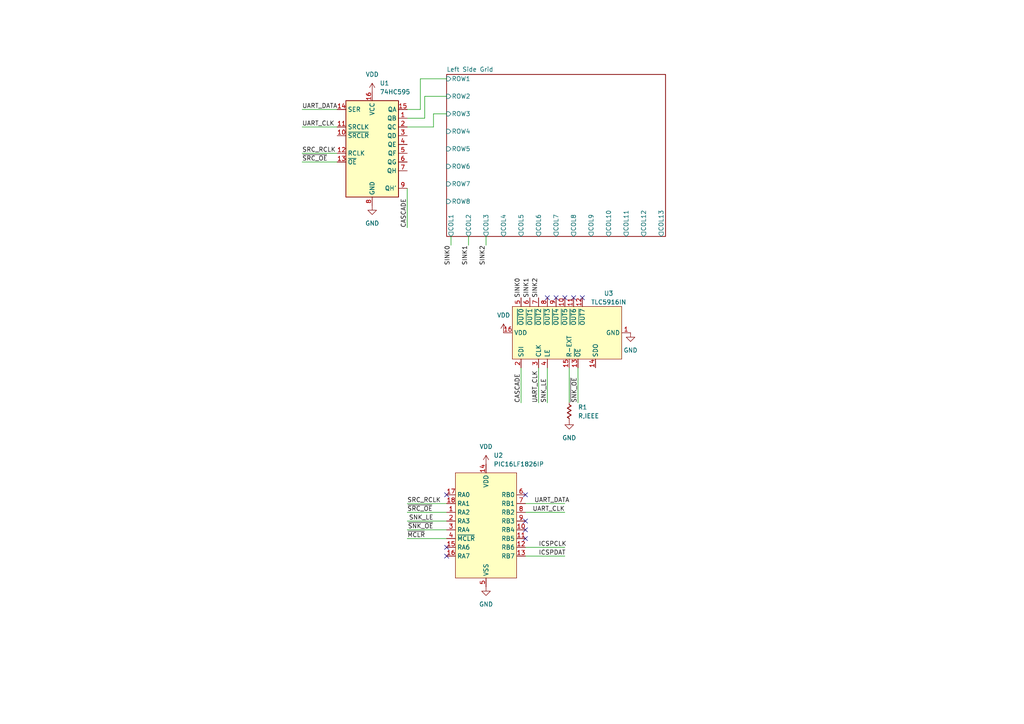
<source format=kicad_sch>
(kicad_sch (version 20230121) (generator eeschema)

  (uuid 0fbc374b-4407-481c-b669-43cd4af3e1e1)

  (paper "A4")

  (title_block
    (title "PerfBoard Clock - BreadBoard Test")
  )

  (lib_symbols
    (symbol "74xx:74HC595" (in_bom yes) (on_board yes)
      (property "Reference" "U" (at -7.62 13.97 0)
        (effects (font (size 1.27 1.27)))
      )
      (property "Value" "74HC595" (at -7.62 -16.51 0)
        (effects (font (size 1.27 1.27)))
      )
      (property "Footprint" "" (at 0 0 0)
        (effects (font (size 1.27 1.27)) hide)
      )
      (property "Datasheet" "http://www.ti.com/lit/ds/symlink/sn74hc595.pdf" (at 0 0 0)
        (effects (font (size 1.27 1.27)) hide)
      )
      (property "ki_keywords" "HCMOS SR 3State" (at 0 0 0)
        (effects (font (size 1.27 1.27)) hide)
      )
      (property "ki_description" "8-bit serial in/out Shift Register 3-State Outputs" (at 0 0 0)
        (effects (font (size 1.27 1.27)) hide)
      )
      (property "ki_fp_filters" "DIP*W7.62mm* SOIC*3.9x9.9mm*P1.27mm* TSSOP*4.4x5mm*P0.65mm* SOIC*5.3x10.2mm*P1.27mm* SOIC*7.5x10.3mm*P1.27mm*" (at 0 0 0)
        (effects (font (size 1.27 1.27)) hide)
      )
      (symbol "74HC595_1_0"
        (pin tri_state line (at 10.16 7.62 180) (length 2.54)
          (name "QB" (effects (font (size 1.27 1.27))))
          (number "1" (effects (font (size 1.27 1.27))))
        )
        (pin input line (at -10.16 2.54 0) (length 2.54)
          (name "~{SRCLR}" (effects (font (size 1.27 1.27))))
          (number "10" (effects (font (size 1.27 1.27))))
        )
        (pin input line (at -10.16 5.08 0) (length 2.54)
          (name "SRCLK" (effects (font (size 1.27 1.27))))
          (number "11" (effects (font (size 1.27 1.27))))
        )
        (pin input line (at -10.16 -2.54 0) (length 2.54)
          (name "RCLK" (effects (font (size 1.27 1.27))))
          (number "12" (effects (font (size 1.27 1.27))))
        )
        (pin input line (at -10.16 -5.08 0) (length 2.54)
          (name "~{OE}" (effects (font (size 1.27 1.27))))
          (number "13" (effects (font (size 1.27 1.27))))
        )
        (pin input line (at -10.16 10.16 0) (length 2.54)
          (name "SER" (effects (font (size 1.27 1.27))))
          (number "14" (effects (font (size 1.27 1.27))))
        )
        (pin tri_state line (at 10.16 10.16 180) (length 2.54)
          (name "QA" (effects (font (size 1.27 1.27))))
          (number "15" (effects (font (size 1.27 1.27))))
        )
        (pin power_in line (at 0 15.24 270) (length 2.54)
          (name "VCC" (effects (font (size 1.27 1.27))))
          (number "16" (effects (font (size 1.27 1.27))))
        )
        (pin tri_state line (at 10.16 5.08 180) (length 2.54)
          (name "QC" (effects (font (size 1.27 1.27))))
          (number "2" (effects (font (size 1.27 1.27))))
        )
        (pin tri_state line (at 10.16 2.54 180) (length 2.54)
          (name "QD" (effects (font (size 1.27 1.27))))
          (number "3" (effects (font (size 1.27 1.27))))
        )
        (pin tri_state line (at 10.16 0 180) (length 2.54)
          (name "QE" (effects (font (size 1.27 1.27))))
          (number "4" (effects (font (size 1.27 1.27))))
        )
        (pin tri_state line (at 10.16 -2.54 180) (length 2.54)
          (name "QF" (effects (font (size 1.27 1.27))))
          (number "5" (effects (font (size 1.27 1.27))))
        )
        (pin tri_state line (at 10.16 -5.08 180) (length 2.54)
          (name "QG" (effects (font (size 1.27 1.27))))
          (number "6" (effects (font (size 1.27 1.27))))
        )
        (pin tri_state line (at 10.16 -7.62 180) (length 2.54)
          (name "QH" (effects (font (size 1.27 1.27))))
          (number "7" (effects (font (size 1.27 1.27))))
        )
        (pin power_in line (at 0 -17.78 90) (length 2.54)
          (name "GND" (effects (font (size 1.27 1.27))))
          (number "8" (effects (font (size 1.27 1.27))))
        )
        (pin output line (at 10.16 -12.7 180) (length 2.54)
          (name "QH'" (effects (font (size 1.27 1.27))))
          (number "9" (effects (font (size 1.27 1.27))))
        )
      )
      (symbol "74HC595_1_1"
        (rectangle (start -7.62 12.7) (end 7.62 -15.24)
          (stroke (width 0.254) (type default))
          (fill (type background))
        )
      )
    )
    (symbol "PCM_4ms_Power-symbol:GND" (power) (pin_names (offset 0)) (in_bom yes) (on_board yes)
      (property "Reference" "#PWR" (at 0 -6.35 0)
        (effects (font (size 1.27 1.27)) hide)
      )
      (property "Value" "GND" (at 0 -3.81 0)
        (effects (font (size 1.27 1.27)))
      )
      (property "Footprint" "" (at 0 0 0)
        (effects (font (size 1.27 1.27)) hide)
      )
      (property "Datasheet" "" (at 0 0 0)
        (effects (font (size 1.27 1.27)) hide)
      )
      (symbol "GND_0_1"
        (polyline
          (pts
            (xy 0 0)
            (xy 0 -1.27)
            (xy 1.27 -1.27)
            (xy 0 -2.54)
            (xy -1.27 -1.27)
            (xy 0 -1.27)
          )
          (stroke (width 0) (type default))
          (fill (type none))
        )
      )
      (symbol "GND_1_1"
        (pin power_in line (at 0 0 270) (length 0) hide
          (name "GND" (effects (font (size 1.27 1.27))))
          (number "1" (effects (font (size 1.27 1.27))))
        )
      )
    )
    (symbol "PCM_Generic-50:R,IEEE" (pin_numbers hide) (pin_names (offset 0) hide) (in_bom yes) (on_board yes)
      (property "Reference" "R" (at 1.27 1.27 0)
        (effects (font (size 1.27 1.27)) (justify left))
      )
      (property "Value" "R,IEEE" (at 1.27 -1.27 0)
        (effects (font (size 1.27 1.27)) (justify left))
      )
      (property "Footprint" "" (at 0 0 0)
        (effects (font (size 2.54 2.54)) hide)
      )
      (property "Datasheet" "" (at 0 0 0)
        (effects (font (size 2.54 2.54)) hide)
      )
      (property "Indicator" "+" (at -1.27 1.27 0)
        (effects (font (size 0.635 0.635)) hide)
      )
      (property "ki_keywords" "R res resistor IEEE zigzag" (at 0 0 0)
        (effects (font (size 1.27 1.27)) hide)
      )
      (property "ki_description" "resistor (IEEE zigzag)" (at 0 0 0)
        (effects (font (size 1.27 1.27)) hide)
      )
      (symbol "R,IEEE_1_1"
        (polyline
          (pts
            (xy 0 1.9812)
            (xy 0.5588 1.651)
            (xy -0.5588 0.9906)
            (xy 0.5588 0.3302)
            (xy -0.5588 -0.3302)
            (xy 0.5588 -0.9906)
            (xy -0.5588 -1.651)
            (xy 0 -1.9812)
          )
          (stroke (width 0.254) (type default))
          (fill (type none))
        )
        (pin passive line (at 0 2.54 270) (length 0.5588)
          (name "+" (effects (font (size 0.635 0.635))))
          (number "1" (effects (font (size 0.9144 0.9144))))
        )
        (pin passive line (at 0 -2.54 90) (length 0.5588)
          (name "-" (effects (font (size 0.635 0.635))))
          (number "2" (effects (font (size 0.9144 0.9144))))
        )
      )
    )
    (symbol "PIC16LF1826IP:PIC16LF1826IP" (in_bom yes) (on_board yes)
      (property "Reference" "U" (at 13.97 36.83 0)
        (effects (font (size 1.27 1.27)) (justify left))
      )
      (property "Value" "PIC16LF1826IP" (at 13.97 34.29 0)
        (effects (font (size 1.27 1.27)) (justify left))
      )
      (property "Footprint" "Package_DIP:DIP-18_W7.62mm" (at -16.51 -8.89 0)
        (effects (font (size 1.27 1.27)) hide)
      )
      (property "Datasheet" "https://ww1.microchip.com/downloads/en/DeviceDoc/41391D.pdf" (at 0 -11.43 0)
        (effects (font (size 1.27 1.27)) hide)
      )
      (symbol "PIC16LF1826IP_1_1"
        (rectangle (start 0 30.48) (end 17.78 0)
          (stroke (width 0) (type default))
          (fill (type background))
        )
        (pin bidirectional line (at -2.54 19.05 0) (length 2.54)
          (name "RA2" (effects (font (size 1.27 1.27))))
          (number "1" (effects (font (size 1.27 1.27))))
        )
        (pin bidirectional line (at 20.32 13.97 180) (length 2.54)
          (name "RB4" (effects (font (size 1.27 1.27))))
          (number "10" (effects (font (size 1.27 1.27))))
        )
        (pin bidirectional line (at 20.32 11.43 180) (length 2.54)
          (name "RB5" (effects (font (size 1.27 1.27))))
          (number "11" (effects (font (size 1.27 1.27))))
        )
        (pin bidirectional line (at 20.32 8.89 180) (length 2.54)
          (name "RB6" (effects (font (size 1.27 1.27))))
          (number "12" (effects (font (size 1.27 1.27))))
        )
        (pin bidirectional line (at 20.32 6.35 180) (length 2.54)
          (name "RB7" (effects (font (size 1.27 1.27))))
          (number "13" (effects (font (size 1.27 1.27))))
        )
        (pin input line (at 8.89 33.02 270) (length 2.54)
          (name "VDD" (effects (font (size 1.27 1.27))))
          (number "14" (effects (font (size 1.27 1.27))))
        )
        (pin bidirectional line (at -2.54 8.89 0) (length 2.54)
          (name "RA6" (effects (font (size 1.27 1.27))))
          (number "15" (effects (font (size 1.27 1.27))))
        )
        (pin bidirectional line (at -2.54 6.35 0) (length 2.54)
          (name "RA7" (effects (font (size 1.27 1.27))))
          (number "16" (effects (font (size 1.27 1.27))))
        )
        (pin bidirectional line (at -2.54 24.13 0) (length 2.54)
          (name "RA0" (effects (font (size 1.27 1.27))))
          (number "17" (effects (font (size 1.27 1.27))))
        )
        (pin bidirectional line (at -2.54 21.59 0) (length 2.54)
          (name "RA1" (effects (font (size 1.27 1.27))))
          (number "18" (effects (font (size 1.27 1.27))))
        )
        (pin bidirectional line (at -2.54 16.51 0) (length 2.54)
          (name "RA3" (effects (font (size 1.27 1.27))))
          (number "2" (effects (font (size 1.27 1.27))))
        )
        (pin bidirectional line (at -2.54 13.97 0) (length 2.54)
          (name "RA4" (effects (font (size 1.27 1.27))))
          (number "3" (effects (font (size 1.27 1.27))))
        )
        (pin bidirectional line (at -2.54 11.43 0) (length 2.54)
          (name "~{MCLR}" (effects (font (size 1.27 1.27))))
          (number "4" (effects (font (size 1.27 1.27))))
        )
        (pin input line (at 8.89 -2.54 90) (length 2.54)
          (name "VSS" (effects (font (size 1.27 1.27))))
          (number "5" (effects (font (size 1.27 1.27))))
        )
        (pin bidirectional line (at 20.32 24.13 180) (length 2.54)
          (name "RB0" (effects (font (size 1.27 1.27))))
          (number "6" (effects (font (size 1.27 1.27))))
        )
        (pin bidirectional line (at 20.32 21.59 180) (length 2.54)
          (name "RB1" (effects (font (size 1.27 1.27))))
          (number "7" (effects (font (size 1.27 1.27))))
        )
        (pin bidirectional line (at 20.32 19.05 180) (length 2.54)
          (name "RB2" (effects (font (size 1.27 1.27))))
          (number "8" (effects (font (size 1.27 1.27))))
        )
        (pin bidirectional line (at 20.32 16.51 180) (length 2.54)
          (name "RB3" (effects (font (size 1.27 1.27))))
          (number "9" (effects (font (size 1.27 1.27))))
        )
      )
    )
    (symbol "TLC5916IN:TLC5916IN" (in_bom yes) (on_board yes)
      (property "Reference" "U" (at 10.16 17.78 0)
        (effects (font (size 1.27 1.27)) (justify left))
      )
      (property "Value" "TLC5916IN" (at 10.16 15.24 0)
        (effects (font (size 1.27 1.27)) (justify left))
      )
      (property "Footprint" "Package_DIP:DIP-16_W7.62mm" (at -44.45 -20.32 0)
        (effects (font (size 1.27 1.27)) hide)
      )
      (property "Datasheet" "https://www.ti.com/lit/ds/symlink/tlc5916.pdf?HQS=dis-dk-null-digikeymode-dsf-pf-null-wwe&ts=1697344230079&ref_url=https%253A%252F%252Fwww.ti.com%252Fgeneral%252Fdocs%252Fsuppproductinfo.tsp%253FdistId%253D10%2526gotoUrl%253Dhttps%253A%252F%252Fwww.ti.com%252Flit%252Fgpn%252Ftlc5916" (at 7.62 -29.21 0)
        (effects (font (size 1.27 1.27)) hide)
      )
      (property "ki_description" "8-bit sink LED driver. " (at 0 0 0)
        (effects (font (size 1.27 1.27)) hide)
      )
      (symbol "TLC5916IN_1_1"
        (rectangle (start 0 12.7) (end 15.24 -19.05)
          (stroke (width 0) (type default))
          (fill (type background))
        )
        (pin input line (at 7.62 -21.59 90) (length 2.54)
          (name "GND" (effects (font (size 1.27 1.27))))
          (number "1" (effects (font (size 1.27 1.27))))
        )
        (pin input line (at 17.78 -2.54 180) (length 2.54)
          (name "~{OUT5}" (effects (font (size 1.27 1.27))))
          (number "10" (effects (font (size 1.27 1.27))))
        )
        (pin input line (at 17.78 -5.08 180) (length 2.54)
          (name "~{OUT6}" (effects (font (size 1.27 1.27))))
          (number "11" (effects (font (size 1.27 1.27))))
        )
        (pin input line (at 17.78 -7.62 180) (length 2.54)
          (name "~{OUT7}" (effects (font (size 1.27 1.27))))
          (number "12" (effects (font (size 1.27 1.27))))
        )
        (pin input line (at -2.54 -6.35 0) (length 2.54)
          (name "~{OE}" (effects (font (size 1.27 1.27))))
          (number "13" (effects (font (size 1.27 1.27))))
        )
        (pin input line (at -2.54 -11.43 0) (length 2.54)
          (name "SDO" (effects (font (size 1.27 1.27))))
          (number "14" (effects (font (size 1.27 1.27))))
        )
        (pin input line (at -2.54 -3.81 0) (length 2.54)
          (name "R-EXT" (effects (font (size 1.27 1.27))))
          (number "15" (effects (font (size 1.27 1.27))))
        )
        (pin input line (at 7.62 15.24 270) (length 2.54)
          (name "VDD" (effects (font (size 1.27 1.27))))
          (number "16" (effects (font (size 1.27 1.27))))
        )
        (pin input line (at -2.54 10.16 0) (length 2.54)
          (name "SDI" (effects (font (size 1.27 1.27))))
          (number "2" (effects (font (size 1.27 1.27))))
        )
        (pin input line (at -2.54 5.08 0) (length 2.54)
          (name "CLK" (effects (font (size 1.27 1.27))))
          (number "3" (effects (font (size 1.27 1.27))))
        )
        (pin input line (at -2.54 2.54 0) (length 2.54)
          (name "LE" (effects (font (size 1.27 1.27))))
          (number "4" (effects (font (size 1.27 1.27))))
        )
        (pin input line (at 17.78 10.16 180) (length 2.54)
          (name "~{OUT0}" (effects (font (size 1.27 1.27))))
          (number "5" (effects (font (size 1.27 1.27))))
        )
        (pin input line (at 17.78 7.62 180) (length 2.54)
          (name "~{OUT1}" (effects (font (size 1.27 1.27))))
          (number "6" (effects (font (size 1.27 1.27))))
        )
        (pin input line (at 17.78 5.08 180) (length 2.54)
          (name "~{OUT2}" (effects (font (size 1.27 1.27))))
          (number "7" (effects (font (size 1.27 1.27))))
        )
        (pin input line (at 17.78 2.54 180) (length 2.54)
          (name "~{OUT3}" (effects (font (size 1.27 1.27))))
          (number "8" (effects (font (size 1.27 1.27))))
        )
        (pin input line (at 17.78 0 180) (length 2.54)
          (name "~{OUT4}" (effects (font (size 1.27 1.27))))
          (number "9" (effects (font (size 1.27 1.27))))
        )
      )
    )
    (symbol "VDD_1" (power) (pin_names (offset 0)) (in_bom yes) (on_board yes)
      (property "Reference" "#PWR02" (at 0 -3.81 0)
        (effects (font (size 1.27 1.27)) hide)
      )
      (property "Value" "VDD_1" (at 0 5.08 0)
        (effects (font (size 1.27 1.27)))
      )
      (property "Footprint" "" (at 0 0 0)
        (effects (font (size 1.27 1.27)) hide)
      )
      (property "Datasheet" "" (at 0 0 0)
        (effects (font (size 1.27 1.27)) hide)
      )
      (property "ki_keywords" "global power" (at 0 0 0)
        (effects (font (size 1.27 1.27)) hide)
      )
      (property "ki_description" "Power symbol creates a global label with name \"VDD\"" (at 0 0 0)
        (effects (font (size 1.27 1.27)) hide)
      )
      (symbol "VDD_1_0_1"
        (polyline
          (pts
            (xy -0.762 1.27)
            (xy 0 2.54)
          )
          (stroke (width 0) (type default))
          (fill (type none))
        )
        (polyline
          (pts
            (xy 0 0)
            (xy 0 2.54)
          )
          (stroke (width 0) (type default))
          (fill (type none))
        )
        (polyline
          (pts
            (xy 0 2.54)
            (xy 0.762 1.27)
          )
          (stroke (width 0) (type default))
          (fill (type none))
        )
      )
      (symbol "VDD_1_1_1"
        (pin power_in line (at 0 0 90) (length 0) hide
          (name "VDD" (effects (font (size 1.27 1.27))))
          (number "1" (effects (font (size 1.27 1.27))))
        )
      )
    )
  )


  (no_connect (at 152.4 143.51) (uuid 0f322e3b-1f5b-4da5-b562-5582a2450063))
  (no_connect (at 168.91 86.36) (uuid 1424fa04-ae95-4ab3-a7fc-f2765371de0f))
  (no_connect (at 158.75 86.36) (uuid 239f76ac-95d6-4c75-9716-93514cb43612))
  (no_connect (at 129.54 158.75) (uuid 2ac14bb6-80c4-4425-ba76-055942b2a974))
  (no_connect (at 163.83 86.36) (uuid 5301562e-52ac-4360-8015-940f39e13bac))
  (no_connect (at 152.4 156.21) (uuid 634c16b3-45bf-423a-8b6b-aee1cfd44df5))
  (no_connect (at 129.54 143.51) (uuid 7ff5cd41-273c-4f0f-bd90-03a0c6ad4073))
  (no_connect (at 152.4 153.67) (uuid 9d00399b-b3b1-47c6-b242-a71f9b12a10b))
  (no_connect (at 129.54 161.29) (uuid a8fc3f5a-de3f-4b2b-916b-b29edf74cad0))
  (no_connect (at 152.4 151.13) (uuid af66f104-fc75-49fb-b71b-b469e9667ffa))
  (no_connect (at 166.37 86.36) (uuid b894596e-8cb6-4393-b53b-155823d65251))
  (no_connect (at 161.29 86.36) (uuid bf7b527d-0947-46be-8b74-0740bd1ceec1))

  (wire (pts (xy 125.73 36.83) (xy 125.73 33.02))
    (stroke (width 0) (type default))
    (uuid 01bc5e8b-e35e-42db-a53e-5ed2db2488f5)
  )
  (wire (pts (xy 118.11 36.83) (xy 125.73 36.83))
    (stroke (width 0) (type default))
    (uuid 03c4611a-a877-4683-b61c-266c66b606b3)
  )
  (wire (pts (xy 118.11 146.05) (xy 129.54 146.05))
    (stroke (width 0) (type default))
    (uuid 08f3b2cc-3377-4d03-8ba6-7cff82e179f7)
  )
  (wire (pts (xy 152.4 158.75) (xy 163.83 158.75))
    (stroke (width 0) (type default))
    (uuid 0b47f553-6979-4a56-bf01-bd17fe07de25)
  )
  (wire (pts (xy 167.64 106.68) (xy 167.64 116.84))
    (stroke (width 0) (type default))
    (uuid 18ed44cc-29a9-4e2a-906b-6e375312339b)
  )
  (wire (pts (xy 152.4 146.05) (xy 163.83 146.05))
    (stroke (width 0) (type default))
    (uuid 196c68bb-432c-42d4-8f47-9f1dfa060f3a)
  )
  (wire (pts (xy 118.11 156.21) (xy 129.54 156.21))
    (stroke (width 0) (type default))
    (uuid 237f1c78-1fc1-4abe-a181-59d14854bb68)
  )
  (wire (pts (xy 165.1 106.68) (xy 165.1 116.84))
    (stroke (width 0) (type default))
    (uuid 2b044734-5197-4c24-9524-4a8ac034a583)
  )
  (wire (pts (xy 123.19 27.94) (xy 129.54 27.94))
    (stroke (width 0) (type default))
    (uuid 2e95cca7-a5b3-4041-91a4-c258ef881409)
  )
  (wire (pts (xy 130.81 68.58) (xy 130.81 71.12))
    (stroke (width 0) (type default))
    (uuid 505eb5df-57f4-4cde-be44-59d4fdc7a5b4)
  )
  (wire (pts (xy 135.89 68.58) (xy 135.89 71.12))
    (stroke (width 0) (type default))
    (uuid 58e314a7-0d0b-4ac0-bc35-7377394b72b1)
  )
  (wire (pts (xy 87.63 31.75) (xy 97.79 31.75))
    (stroke (width 0) (type default))
    (uuid 63fc68b8-138b-403c-bfec-0b779cc30563)
  )
  (wire (pts (xy 123.19 34.29) (xy 123.19 27.94))
    (stroke (width 0) (type default))
    (uuid 6cbb108a-b030-4409-af1e-78d21bab551f)
  )
  (wire (pts (xy 118.11 34.29) (xy 123.19 34.29))
    (stroke (width 0) (type default))
    (uuid 71c2b991-de6f-49cd-8c28-c51e2774ca4e)
  )
  (wire (pts (xy 125.73 33.02) (xy 129.54 33.02))
    (stroke (width 0) (type default))
    (uuid 7cf3ae41-b090-464a-a0be-05940e62bdf7)
  )
  (wire (pts (xy 118.11 54.61) (xy 118.11 66.04))
    (stroke (width 0) (type default))
    (uuid 7fbdcfcf-f3ae-45c9-8f70-da6aee50cf58)
  )
  (wire (pts (xy 152.4 161.29) (xy 163.83 161.29))
    (stroke (width 0) (type default))
    (uuid 81bb47c0-83ce-4dde-9be7-09b539b745b3)
  )
  (wire (pts (xy 158.75 106.68) (xy 158.75 116.84))
    (stroke (width 0) (type default))
    (uuid 880de223-8395-4857-9ac8-32c6eb3578cd)
  )
  (wire (pts (xy 140.97 68.58) (xy 140.97 71.12))
    (stroke (width 0) (type default))
    (uuid 9cad05f9-f9ae-46df-b838-6f431ca670f1)
  )
  (wire (pts (xy 151.13 106.68) (xy 151.13 116.84))
    (stroke (width 0) (type default))
    (uuid a122c4b3-9972-4ac3-946b-61d5a12bfd40)
  )
  (wire (pts (xy 87.63 46.99) (xy 97.79 46.99))
    (stroke (width 0) (type default))
    (uuid a9031e3f-5181-424e-b33d-584cf1865b00)
  )
  (wire (pts (xy 118.11 148.59) (xy 129.54 148.59))
    (stroke (width 0) (type default))
    (uuid b02cfcda-d55e-48c5-8de7-c597c39eb06f)
  )
  (wire (pts (xy 152.4 148.59) (xy 163.83 148.59))
    (stroke (width 0) (type default))
    (uuid b47f14f0-9940-49f3-8f86-74e0b9d4349f)
  )
  (wire (pts (xy 118.11 31.75) (xy 121.92 31.75))
    (stroke (width 0) (type default))
    (uuid b679ce1d-484f-4d71-abad-7bcff49c7f6c)
  )
  (wire (pts (xy 118.11 153.67) (xy 129.54 153.67))
    (stroke (width 0) (type default))
    (uuid dc2125fe-278c-4c0e-8002-75588df38378)
  )
  (wire (pts (xy 121.92 22.86) (xy 129.54 22.86))
    (stroke (width 0) (type default))
    (uuid e4bd318b-c6cc-48a4-bb9d-6804d77e3327)
  )
  (wire (pts (xy 87.63 36.83) (xy 97.79 36.83))
    (stroke (width 0) (type default))
    (uuid e8034bbf-1b1c-4435-819e-d95765930f2a)
  )
  (wire (pts (xy 156.21 106.68) (xy 156.21 116.84))
    (stroke (width 0) (type default))
    (uuid e84cad6d-4385-4fb6-b893-428f15423883)
  )
  (wire (pts (xy 121.92 31.75) (xy 121.92 22.86))
    (stroke (width 0) (type default))
    (uuid edd03916-15c7-477e-a89c-97dde3c2bb79)
  )
  (wire (pts (xy 87.63 44.45) (xy 97.79 44.45))
    (stroke (width 0) (type default))
    (uuid f44c526d-fabb-4591-84dc-f503675b8e3d)
  )
  (wire (pts (xy 118.11 151.13) (xy 129.54 151.13))
    (stroke (width 0) (type default))
    (uuid fe6a7b6b-c3c9-48cd-8c66-7d4184abceac)
  )

  (label "UART_DATA" (at 87.63 31.75 0) (fields_autoplaced)
    (effects (font (size 1.27 1.27)) (justify left bottom))
    (uuid 00054d61-99e7-48d9-8c1e-baddfe82a8c1)
  )
  (label "CASCADE" (at 118.11 66.04 90) (fields_autoplaced)
    (effects (font (size 1.27 1.27)) (justify left bottom))
    (uuid 17b60a6f-f304-4268-ab76-a54dc569feac)
  )
  (label "SINK1" (at 153.67 86.36 90) (fields_autoplaced)
    (effects (font (size 1.27 1.27)) (justify left bottom))
    (uuid 1dea5089-97dc-4700-8bd5-b289e340d676)
  )
  (label "SRC_RCLK" (at 118.11 146.05 0) (fields_autoplaced)
    (effects (font (size 1.27 1.27)) (justify left bottom))
    (uuid 226bf6f2-3310-4140-a7ac-ba0f06d91e13)
  )
  (label "UART_CLK" (at 87.63 36.83 0) (fields_autoplaced)
    (effects (font (size 1.27 1.27)) (justify left bottom))
    (uuid 23c32e37-ab78-48bd-a41a-0edb903fe96f)
  )
  (label "ICSPDAT" (at 156.21 161.29 0) (fields_autoplaced)
    (effects (font (size 1.27 1.27)) (justify left bottom))
    (uuid 63a3d8bf-e6a5-45a8-8b04-d27748c0e957)
  )
  (label "SINK2" (at 156.21 86.36 90) (fields_autoplaced)
    (effects (font (size 1.27 1.27)) (justify left bottom))
    (uuid 66ab726a-ee97-491a-9134-e0fbfdec2e47)
  )
  (label "SRC_RCLK" (at 87.63 44.45 0) (fields_autoplaced)
    (effects (font (size 1.27 1.27)) (justify left bottom))
    (uuid 6feb83c4-2aec-46e6-ae87-dc87cd8fb5dd)
  )
  (label "UART_CLK" (at 156.21 116.84 90) (fields_autoplaced)
    (effects (font (size 1.27 1.27)) (justify left bottom))
    (uuid 7b85e53e-d619-48b8-a0b3-b96b4e2e611e)
  )
  (label "SINK0" (at 151.13 86.36 90) (fields_autoplaced)
    (effects (font (size 1.27 1.27)) (justify left bottom))
    (uuid 8e9961a4-77df-4b54-af38-b0371bb3b386)
  )
  (label "~{SRC_OE}" (at 87.63 46.99 0) (fields_autoplaced)
    (effects (font (size 1.27 1.27)) (justify left bottom))
    (uuid a62dcefa-2e9e-471f-98f1-31bc57101bd7)
  )
  (label "ICSPCLK" (at 156.21 158.75 0) (fields_autoplaced)
    (effects (font (size 1.27 1.27)) (justify left bottom))
    (uuid bc8359bf-f6f7-4a94-8d36-510a193d60f7)
  )
  (label "SINK1" (at 135.89 71.12 270) (fields_autoplaced)
    (effects (font (size 1.27 1.27)) (justify right bottom))
    (uuid c451f756-b00d-4fb0-b5c1-1f6c27374f24)
  )
  (label "UART_CLK" (at 163.83 148.59 180) (fields_autoplaced)
    (effects (font (size 1.27 1.27)) (justify right bottom))
    (uuid c8177db8-a509-447c-a233-451a8266ffb1)
  )
  (label "~{SRC_OE}" (at 118.11 148.59 0) (fields_autoplaced)
    (effects (font (size 1.27 1.27)) (justify left bottom))
    (uuid cdcc0bd9-43d7-4479-b4d1-bfb5b44bc89d)
  )
  (label "SINK2" (at 140.97 71.12 270) (fields_autoplaced)
    (effects (font (size 1.27 1.27)) (justify right bottom))
    (uuid cfc73136-0e6c-4821-93ad-e1ba4f10589a)
  )
  (label "CASCADE" (at 151.13 116.84 90) (fields_autoplaced)
    (effects (font (size 1.27 1.27)) (justify left bottom))
    (uuid d35f003f-cf8b-48f2-8413-a605f95a9b19)
  )
  (label "SNK_LE" (at 158.75 116.84 90) (fields_autoplaced)
    (effects (font (size 1.27 1.27)) (justify left bottom))
    (uuid d5e50e47-20a6-4ebd-aca2-b7eb5d9c3221)
  )
  (label "UART_DATA" (at 154.94 146.05 0) (fields_autoplaced)
    (effects (font (size 1.27 1.27)) (justify left bottom))
    (uuid dd4c1930-3bf5-40be-b528-7b82ae52fb42)
  )
  (label "~{MCLR}" (at 118.11 156.21 0) (fields_autoplaced)
    (effects (font (size 1.27 1.27)) (justify left bottom))
    (uuid dd9d7c26-c2ce-476a-94e6-a54824b8640a)
  )
  (label "SINK0" (at 130.81 71.12 270) (fields_autoplaced)
    (effects (font (size 1.27 1.27)) (justify right bottom))
    (uuid e52e66f8-c390-41b2-9c98-1b7c5c601eda)
  )
  (label "~{SNK_OE}" (at 167.64 116.84 90) (fields_autoplaced)
    (effects (font (size 1.27 1.27)) (justify left bottom))
    (uuid e6e60ef4-83c9-45b1-b7b4-ee7c655212e0)
  )
  (label "~{SNK_OE}" (at 125.73 153.67 180) (fields_autoplaced)
    (effects (font (size 1.27 1.27)) (justify right bottom))
    (uuid f4788007-eb89-4f67-9086-766968a6d8bc)
  )
  (label "SNK_LE" (at 125.73 151.13 180) (fields_autoplaced)
    (effects (font (size 1.27 1.27)) (justify right bottom))
    (uuid fd965a0f-0029-4acc-a966-3051965868ce)
  )

  (symbol (lib_id "TLC5916IN:TLC5916IN") (at 161.29 104.14 90) (unit 1)
    (in_bom yes) (on_board yes) (dnp no)
    (uuid 010e186f-9c17-412f-9db9-1c380991d971)
    (property "Reference" "U3" (at 176.53 85.09 90)
      (effects (font (size 1.27 1.27)))
    )
    (property "Value" "TLC5916IN" (at 176.53 87.63 90)
      (effects (font (size 1.27 1.27)))
    )
    (property "Footprint" "Package_DIP:DIP-16_W7.62mm" (at 161.29 104.14 0)
      (effects (font (size 1.27 1.27)) hide)
    )
    (property "Datasheet" "https://www.ti.com/lit/ds/symlink/tlc5916.pdf?HQS=dis-dk-null-digikeymode-dsf-pf-null-wwe&ts=1697344230079&ref_url=https%253A%252F%252Fwww.ti.com%252Fgeneral%252Fdocs%252Fsuppproductinfo.tsp%253FdistId%253D10%2526gotoUrl%253Dhttps%253A%252F%252Fwww.ti.com%252Flit%252Fgpn%252Ftlc5916" (at 190.5 96.52 0)
      (effects (font (size 1.27 1.27)) hide)
    )
    (pin "1" (uuid 991b570b-c398-4410-8b7d-165017a7f1f9))
    (pin "10" (uuid e457adb5-29ff-487f-a3f1-6cb7bb488e34))
    (pin "11" (uuid 85ef3cc3-41de-4d6b-852e-13790dd26885))
    (pin "12" (uuid 4aaf0320-2156-4db7-b3e9-2b8359fcc5cc))
    (pin "13" (uuid 11f1750c-ccea-4060-acbf-18ae0523eb3d))
    (pin "14" (uuid 5ed0525c-8e98-4835-9799-464cde242cbf))
    (pin "15" (uuid 59976c9b-fe7d-4a53-aa73-5a9613bd1993))
    (pin "16" (uuid 7d3bb5e3-0cdb-4746-981d-8c555e2620be))
    (pin "2" (uuid 10f48027-1d76-4da2-afb8-a0b5d2c3f755))
    (pin "3" (uuid 63f20523-8ad4-48ba-ac01-db05a0bd0f99))
    (pin "4" (uuid 36f0fa92-4075-4e69-bbf2-755df7c613ab))
    (pin "5" (uuid f15f469c-6cac-492b-90b3-08d287053df3))
    (pin "6" (uuid 54cde6cc-cc7a-4232-9885-661e72a8a2ac))
    (pin "7" (uuid fc65311f-5717-456c-96eb-efeb1034f841))
    (pin "8" (uuid 2ec368a9-8ac0-4267-9429-ca89cffd2999))
    (pin "9" (uuid 1f56b868-ad3e-41b0-a47c-f11719d77818))
    (instances
      (project "BreadBoard Test"
        (path "/0fbc374b-4407-481c-b669-43cd4af3e1e1"
          (reference "U3") (unit 1)
        )
      )
      (project "Perf Clock"
        (path "/3561b66f-c18d-40ce-99f3-6d5063d8913d"
          (reference "U4") (unit 1)
        )
      )
    )
  )

  (symbol (lib_id "74xx:74HC595") (at 107.95 41.91 0) (unit 1)
    (in_bom yes) (on_board yes) (dnp no) (fields_autoplaced)
    (uuid 093d3277-a0ab-4c7b-b901-6a7b8d5b7777)
    (property "Reference" "U1" (at 110.1441 24.13 0)
      (effects (font (size 1.27 1.27)) (justify left))
    )
    (property "Value" "74HC595" (at 110.1441 26.67 0)
      (effects (font (size 1.27 1.27)) (justify left))
    )
    (property "Footprint" "" (at 107.95 41.91 0)
      (effects (font (size 1.27 1.27)) hide)
    )
    (property "Datasheet" "http://www.ti.com/lit/ds/symlink/sn74hc595.pdf" (at 107.95 41.91 0)
      (effects (font (size 1.27 1.27)) hide)
    )
    (pin "1" (uuid abf8c7e5-b63f-4a73-81b3-16bc047ab9f0))
    (pin "10" (uuid 33cd8dac-c0c9-40ab-9e89-9cc792b771bc))
    (pin "11" (uuid 2ffef7d8-1fe8-4019-a47c-bbd4af18c70a))
    (pin "12" (uuid 15b6ee3b-3f87-4c02-8b7e-1017fc117c47))
    (pin "13" (uuid 2d048570-2be3-4dfb-935f-6593c7c9a39c))
    (pin "14" (uuid 0fa424df-b4e8-4f49-84e6-236464bf840f))
    (pin "15" (uuid 9e81c807-a4fc-4a31-862c-725803b82390))
    (pin "16" (uuid 126d9669-5d05-4128-94b4-5fec1f1a6874))
    (pin "2" (uuid c057a524-7209-4396-be79-0c30328085f8))
    (pin "3" (uuid 6e8fdc47-2228-4999-b265-1db03da3e245))
    (pin "4" (uuid 23edf6a8-f95b-4807-a25b-7488017961ba))
    (pin "5" (uuid fafcc434-504d-4b73-93f9-7dd7345d004f))
    (pin "6" (uuid df6a550f-a5c9-4f1a-9f17-1c440a913752))
    (pin "7" (uuid 282aecc9-cf34-4815-b16e-e1e796e3373f))
    (pin "8" (uuid 875ce05f-059e-4eb3-be28-dbe29ef05be6))
    (pin "9" (uuid 4c4efe37-38f8-4895-8a2a-4c2dc7a40f20))
    (instances
      (project "BreadBoard Test"
        (path "/0fbc374b-4407-481c-b669-43cd4af3e1e1"
          (reference "U1") (unit 1)
        )
      )
      (project "Perf Clock"
        (path "/3561b66f-c18d-40ce-99f3-6d5063d8913d"
          (reference "U2") (unit 1)
        )
      )
    )
  )

  (symbol (lib_id "PCM_4ms_Power-symbol:GND") (at 182.88 96.52 0) (unit 1)
    (in_bom yes) (on_board yes) (dnp no) (fields_autoplaced)
    (uuid 1078bd9c-8fb7-4242-9ac2-66f25adb2f76)
    (property "Reference" "#PWR07" (at 182.88 102.87 0)
      (effects (font (size 1.27 1.27)) hide)
    )
    (property "Value" "GND" (at 182.88 101.6 0)
      (effects (font (size 1.27 1.27)))
    )
    (property "Footprint" "" (at 182.88 96.52 0)
      (effects (font (size 1.27 1.27)) hide)
    )
    (property "Datasheet" "" (at 182.88 96.52 0)
      (effects (font (size 1.27 1.27)) hide)
    )
    (pin "1" (uuid 61eb6b4b-da46-4d48-bd9c-082ddebb35fd))
    (instances
      (project "BreadBoard Test"
        (path "/0fbc374b-4407-481c-b669-43cd4af3e1e1"
          (reference "#PWR07") (unit 1)
        )
      )
      (project "Perf Clock"
        (path "/3561b66f-c18d-40ce-99f3-6d5063d8913d"
          (reference "#PWR07") (unit 1)
        )
      )
    )
  )

  (symbol (lib_id "PIC16LF1826IP:PIC16LF1826IP") (at 132.08 167.64 0) (unit 1)
    (in_bom yes) (on_board yes) (dnp no) (fields_autoplaced)
    (uuid 1f9f5d2f-d461-4fdb-970a-277eb997aee9)
    (property "Reference" "U2" (at 143.1641 132.08 0)
      (effects (font (size 1.27 1.27)) (justify left))
    )
    (property "Value" "PIC16LF1826IP" (at 143.1641 134.62 0)
      (effects (font (size 1.27 1.27)) (justify left))
    )
    (property "Footprint" "Package_DIP:DIP-18_W7.62mm" (at 115.57 176.53 0)
      (effects (font (size 1.27 1.27)) hide)
    )
    (property "Datasheet" "https://ww1.microchip.com/downloads/en/DeviceDoc/41391D.pdf" (at 132.08 179.07 0)
      (effects (font (size 1.27 1.27)) hide)
    )
    (pin "1" (uuid a88e172e-12cc-40ab-953b-f53d9584997e))
    (pin "10" (uuid 097664fb-0a4d-49c7-a193-9f1de26dce84))
    (pin "11" (uuid fcb7f98a-a917-434d-b7f8-d32d74cc0066))
    (pin "12" (uuid 1569fc02-e81d-4dc1-a2b5-2c439465ecc7))
    (pin "13" (uuid b79bfb39-d926-4bf4-bac4-3d745d15e62e))
    (pin "14" (uuid dbbd2217-533d-4a14-b063-a254922c9b44))
    (pin "15" (uuid d1e4f133-ae27-4c27-802f-07629032d9ca))
    (pin "16" (uuid c799e1a8-8b9b-4562-b337-9f0ec0a60a58))
    (pin "17" (uuid ed88dfbb-2e28-4a72-9379-9ff0b8812536))
    (pin "18" (uuid 2b82b01e-2644-4a6a-be45-f96d66fd69ed))
    (pin "2" (uuid 7b29ce67-cb85-43aa-aad4-5b13c1ab1bdc))
    (pin "3" (uuid 6bf6fb95-74d3-4352-b924-1e6a600b5c36))
    (pin "4" (uuid b67051da-a4f7-46f8-ad05-1905ae7937f4))
    (pin "5" (uuid d4f2c67f-4eff-4e10-a300-744adb30cdd4))
    (pin "6" (uuid 1ff57ef8-d6b2-4514-bed6-6b6c6b24c861))
    (pin "7" (uuid 2ed5e597-9f63-4dc3-b39e-e5da28ae8937))
    (pin "8" (uuid 0a8ed9fb-ec7d-4194-936b-fa36a50a434b))
    (pin "9" (uuid 531bbb55-c126-46f8-9410-cf89d71d5da1))
    (instances
      (project "BreadBoard Test"
        (path "/0fbc374b-4407-481c-b669-43cd4af3e1e1"
          (reference "U2") (unit 1)
        )
      )
      (project "Perf Clock"
        (path "/3561b66f-c18d-40ce-99f3-6d5063d8913d"
          (reference "U1") (unit 1)
        )
      )
    )
  )

  (symbol (lib_id "PCM_4ms_Power-symbol:GND") (at 107.95 59.69 0) (unit 1)
    (in_bom yes) (on_board yes) (dnp no) (fields_autoplaced)
    (uuid 4937d111-1722-4a73-a95e-10f4860dc821)
    (property "Reference" "#PWR02" (at 107.95 66.04 0)
      (effects (font (size 1.27 1.27)) hide)
    )
    (property "Value" "GND" (at 107.95 64.77 0)
      (effects (font (size 1.27 1.27)))
    )
    (property "Footprint" "" (at 107.95 59.69 0)
      (effects (font (size 1.27 1.27)) hide)
    )
    (property "Datasheet" "" (at 107.95 59.69 0)
      (effects (font (size 1.27 1.27)) hide)
    )
    (pin "1" (uuid a69937ea-fefb-4e59-bcbc-d3975c800be1))
    (instances
      (project "BreadBoard Test"
        (path "/0fbc374b-4407-481c-b669-43cd4af3e1e1"
          (reference "#PWR02") (unit 1)
        )
      )
      (project "Perf Clock"
        (path "/3561b66f-c18d-40ce-99f3-6d5063d8913d"
          (reference "#PWR05") (unit 1)
        )
      )
    )
  )

  (symbol (lib_id "PCM_Generic-50:R,IEEE") (at 165.1 119.38 0) (unit 1)
    (in_bom yes) (on_board yes) (dnp no) (fields_autoplaced)
    (uuid 550dea69-6fed-4a2a-98f4-43c9e20f089f)
    (property "Reference" "R1" (at 167.64 118.11 0)
      (effects (font (size 1.27 1.27)) (justify left))
    )
    (property "Value" "R,IEEE" (at 167.64 120.65 0)
      (effects (font (size 1.27 1.27)) (justify left))
    )
    (property "Footprint" "" (at 165.1 119.38 0)
      (effects (font (size 2.54 2.54)) hide)
    )
    (property "Datasheet" "" (at 165.1 119.38 0)
      (effects (font (size 2.54 2.54)) hide)
    )
    (property "Indicator" "+" (at 163.83 118.11 0)
      (effects (font (size 0.635 0.635)) hide)
    )
    (pin "1" (uuid 1b03d062-7626-4f65-928d-0d8713c59b42))
    (pin "2" (uuid 042c1c9f-0463-43db-b63a-35dfabc04818))
    (instances
      (project "BreadBoard Test"
        (path "/0fbc374b-4407-481c-b669-43cd4af3e1e1"
          (reference "R1") (unit 1)
        )
      )
      (project "Perf Clock"
        (path "/3561b66f-c18d-40ce-99f3-6d5063d8913d"
          (reference "R1") (unit 1)
        )
      )
    )
  )

  (symbol (lib_name "VDD_1") (lib_id "power:VDD") (at 107.95 26.67 0) (unit 1)
    (in_bom yes) (on_board yes) (dnp no) (fields_autoplaced)
    (uuid 5f1657ae-3086-48ed-a716-03f44c408503)
    (property "Reference" "#PWR01" (at 107.95 30.48 0)
      (effects (font (size 1.27 1.27)) hide)
    )
    (property "Value" "+3V" (at 107.95 21.59 0)
      (effects (font (size 1.27 1.27)))
    )
    (property "Footprint" "" (at 107.95 26.67 0)
      (effects (font (size 1.27 1.27)) hide)
    )
    (property "Datasheet" "" (at 107.95 26.67 0)
      (effects (font (size 1.27 1.27)) hide)
    )
    (pin "1" (uuid e93658df-8935-4c59-89ca-bfad4ac24c6a))
    (instances
      (project "BreadBoard Test"
        (path "/0fbc374b-4407-481c-b669-43cd4af3e1e1"
          (reference "#PWR01") (unit 1)
        )
      )
      (project "Perf Clock"
        (path "/3561b66f-c18d-40ce-99f3-6d5063d8913d"
          (reference "#PWR013") (unit 1)
        )
      )
    )
  )

  (symbol (lib_name "VDD_1") (lib_id "power:VDD") (at 140.97 134.62 0) (unit 1)
    (in_bom yes) (on_board yes) (dnp no) (fields_autoplaced)
    (uuid 6569201a-d2bc-4884-882b-ac403930166f)
    (property "Reference" "#PWR03" (at 140.97 138.43 0)
      (effects (font (size 1.27 1.27)) hide)
    )
    (property "Value" "+3V" (at 140.97 129.54 0)
      (effects (font (size 1.27 1.27)))
    )
    (property "Footprint" "" (at 140.97 134.62 0)
      (effects (font (size 1.27 1.27)) hide)
    )
    (property "Datasheet" "" (at 140.97 134.62 0)
      (effects (font (size 1.27 1.27)) hide)
    )
    (pin "1" (uuid 23a3a674-ca42-4a99-8eaa-8e86fa4f2b7b))
    (instances
      (project "BreadBoard Test"
        (path "/0fbc374b-4407-481c-b669-43cd4af3e1e1"
          (reference "#PWR03") (unit 1)
        )
      )
      (project "Perf Clock"
        (path "/3561b66f-c18d-40ce-99f3-6d5063d8913d"
          (reference "#PWR015") (unit 1)
        )
      )
    )
  )

  (symbol (lib_id "PCM_4ms_Power-symbol:GND") (at 165.1 121.92 0) (unit 1)
    (in_bom yes) (on_board yes) (dnp no) (fields_autoplaced)
    (uuid 96fe7372-bd5a-4029-896e-14916c994faf)
    (property "Reference" "#PWR06" (at 165.1 128.27 0)
      (effects (font (size 1.27 1.27)) hide)
    )
    (property "Value" "GND" (at 165.1 127 0)
      (effects (font (size 1.27 1.27)))
    )
    (property "Footprint" "" (at 165.1 121.92 0)
      (effects (font (size 1.27 1.27)) hide)
    )
    (property "Datasheet" "" (at 165.1 121.92 0)
      (effects (font (size 1.27 1.27)) hide)
    )
    (pin "1" (uuid 04caad90-e4fc-4a3f-8d72-0e2aa70b7c63))
    (instances
      (project "BreadBoard Test"
        (path "/0fbc374b-4407-481c-b669-43cd4af3e1e1"
          (reference "#PWR06") (unit 1)
        )
      )
      (project "Perf Clock"
        (path "/3561b66f-c18d-40ce-99f3-6d5063d8913d"
          (reference "#PWR09") (unit 1)
        )
      )
    )
  )

  (symbol (lib_name "VDD_1") (lib_id "power:VDD") (at 146.05 96.52 0) (unit 1)
    (in_bom yes) (on_board yes) (dnp no) (fields_autoplaced)
    (uuid 9b8ac7fe-be88-405d-816a-570e86730db9)
    (property "Reference" "#PWR05" (at 146.05 100.33 0)
      (effects (font (size 1.27 1.27)) hide)
    )
    (property "Value" "+3V" (at 146.05 91.44 0)
      (effects (font (size 1.27 1.27)))
    )
    (property "Footprint" "" (at 146.05 96.52 0)
      (effects (font (size 1.27 1.27)) hide)
    )
    (property "Datasheet" "" (at 146.05 96.52 0)
      (effects (font (size 1.27 1.27)) hide)
    )
    (pin "1" (uuid d7f75793-3a16-4fa6-adef-8c03c5a30861))
    (instances
      (project "BreadBoard Test"
        (path "/0fbc374b-4407-481c-b669-43cd4af3e1e1"
          (reference "#PWR05") (unit 1)
        )
      )
      (project "Perf Clock"
        (path "/3561b66f-c18d-40ce-99f3-6d5063d8913d"
          (reference "#PWR02") (unit 1)
        )
      )
    )
  )

  (symbol (lib_id "PCM_4ms_Power-symbol:GND") (at 140.97 170.18 0) (unit 1)
    (in_bom yes) (on_board yes) (dnp no) (fields_autoplaced)
    (uuid b40fd2d9-b7a7-4ab6-9791-72e591998e21)
    (property "Reference" "#PWR04" (at 140.97 176.53 0)
      (effects (font (size 1.27 1.27)) hide)
    )
    (property "Value" "GND" (at 140.97 175.26 0)
      (effects (font (size 1.27 1.27)))
    )
    (property "Footprint" "" (at 140.97 170.18 0)
      (effects (font (size 1.27 1.27)) hide)
    )
    (property "Datasheet" "" (at 140.97 170.18 0)
      (effects (font (size 1.27 1.27)) hide)
    )
    (pin "1" (uuid 57b9ce79-2550-4a7d-8066-1eebaeaac1b2))
    (instances
      (project "BreadBoard Test"
        (path "/0fbc374b-4407-481c-b669-43cd4af3e1e1"
          (reference "#PWR04") (unit 1)
        )
      )
      (project "Perf Clock"
        (path "/3561b66f-c18d-40ce-99f3-6d5063d8913d"
          (reference "#PWR011") (unit 1)
        )
      )
    )
  )

  (sheet (at 129.54 21.59) (size 63.5 46.99) (fields_autoplaced)
    (stroke (width 0.1524) (type solid))
    (fill (color 0 0 0 0.0000))
    (uuid ac4e23e5-02d1-4f59-8d01-67f557c47b33)
    (property "Sheetname" "Left Side Grid" (at 129.54 20.8784 0)
      (effects (font (size 1.27 1.27)) (justify left bottom))
    )
    (property "Sheetfile" "10x13 3mm LED Matrix.kicad_sch" (at 129.54 69.1646 0)
      (effects (font (size 1.27 1.27)) (justify left top) hide)
    )
    (pin "ROW1" input (at 129.54 22.86 180)
      (effects (font (size 1.27 1.27)) (justify left))
      (uuid f4c5a892-e6a7-4d1c-8e95-ab0dfbe7965f)
    )
    (pin "ROW2" input (at 129.54 27.94 180)
      (effects (font (size 1.27 1.27)) (justify left))
      (uuid e70fe28f-8523-4dc1-9e1a-4d1f1fa006f7)
    )
    (pin "ROW3" input (at 129.54 33.02 180)
      (effects (font (size 1.27 1.27)) (justify left))
      (uuid 74767f4e-57fa-4872-a023-4774287b9e61)
    )
    (pin "ROW4" input (at 129.54 38.1 180)
      (effects (font (size 1.27 1.27)) (justify left))
      (uuid dd46efda-4414-427c-9a33-5c57a6edbae6)
    )
    (pin "ROW5" input (at 129.54 43.18 180)
      (effects (font (size 1.27 1.27)) (justify left))
      (uuid fea089b3-3a60-41c3-9dd7-dbd68d8eeca1)
    )
    (pin "ROW6" input (at 129.54 48.26 180)
      (effects (font (size 1.27 1.27)) (justify left))
      (uuid 32f0f1e9-db5b-4f5f-9a46-9a33d7c0d0da)
    )
    (pin "ROW7" input (at 129.54 53.34 180)
      (effects (font (size 1.27 1.27)) (justify left))
      (uuid cd2969a6-f786-4777-9efb-b37d9d0659aa)
    )
    (pin "ROW8" input (at 129.54 58.42 180)
      (effects (font (size 1.27 1.27)) (justify left))
      (uuid 0105fca7-d1a8-463e-a55c-6252ea6d9027)
    )
    (pin "COL3" output (at 140.97 68.58 270)
      (effects (font (size 1.27 1.27)) (justify left))
      (uuid 97f62302-f569-42b6-96d3-2535a7a83b2f)
    )
    (pin "COL2" output (at 135.89 68.58 270)
      (effects (font (size 1.27 1.27)) (justify left))
      (uuid 649b34bb-3fd0-4cb8-9a44-dcf314eaf77b)
    )
    (pin "COL1" output (at 130.81 68.58 270)
      (effects (font (size 1.27 1.27)) (justify left))
      (uuid 2a55a0b9-d7ec-4984-ae9d-fca04ac98fe8)
    )
    (pin "COL4" output (at 146.05 68.58 270)
      (effects (font (size 1.27 1.27)) (justify left))
      (uuid f392bc13-1cd8-4d52-8c37-eac5d66470e5)
    )
    (pin "COL5" output (at 151.13 68.58 270)
      (effects (font (size 1.27 1.27)) (justify left))
      (uuid bfe1c0ba-f917-4c41-bab1-53cd1b20ce5c)
    )
    (pin "COL6" output (at 156.21 68.58 270)
      (effects (font (size 1.27 1.27)) (justify left))
      (uuid 5a14e3dd-1ed1-48e0-9c72-068155fbc40d)
    )
    (pin "COL7" output (at 161.29 68.58 270)
      (effects (font (size 1.27 1.27)) (justify left))
      (uuid f8cc537b-c8c0-4aba-8e53-a1f2d7b5b7c7)
    )
    (pin "COL8" output (at 166.37 68.58 270)
      (effects (font (size 1.27 1.27)) (justify left))
      (uuid f53aff4b-e25b-4dfe-8f26-97b395826776)
    )
    (pin "COL13" output (at 191.77 68.58 270)
      (effects (font (size 1.27 1.27)) (justify left))
      (uuid 0de1e1b8-60b7-4b5a-95fd-76f614bafe15)
    )
    (pin "COL11" output (at 181.61 68.58 270)
      (effects (font (size 1.27 1.27)) (justify left))
      (uuid 6cfee65f-2b9e-424d-8c96-8723ffd29976)
    )
    (pin "COL12" output (at 186.69 68.58 270)
      (effects (font (size 1.27 1.27)) (justify left))
      (uuid d3634f0b-af97-4b02-b0b3-5b5ee85adc18)
    )
    (pin "COL9" output (at 171.45 68.58 270)
      (effects (font (size 1.27 1.27)) (justify left))
      (uuid a6fa8dc0-ced3-4d05-9fe2-f11a4120ec9b)
    )
    (pin "COL10" output (at 176.53 68.58 270)
      (effects (font (size 1.27 1.27)) (justify left))
      (uuid 19b53f73-2ec3-47e0-846c-09738f972670)
    )
    (instances
      (project "Perf Clock"
        (path "/3561b66f-c18d-40ce-99f3-6d5063d8913d" (page "2"))
      )
      (project "BreadBoard Test"
        (path "/0fbc374b-4407-481c-b669-43cd4af3e1e1" (page "2"))
      )
    )
  )

  (sheet_instances
    (path "/" (page "1"))
  )
)

</source>
